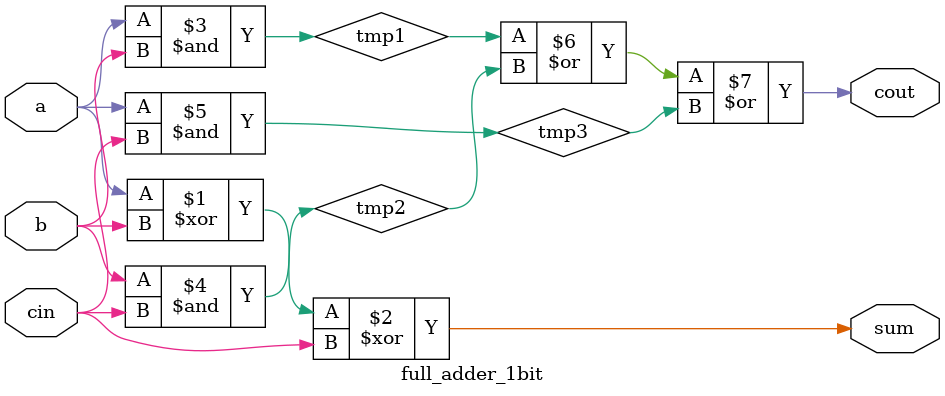
<source format=v>
`ifndef FULL_ADDER_1BIT_V // Dupli. avoiding
`define FULL_ADDER_1BIT_V

module full_adder_1bit(
	input a,
	input b,
	input cin,
	output sum,
	output cout
	);
	
	// Full Adder 1-bit Module Declaration
	wire tmp1,tmp2,tmp3;
	
	// sum calculation using xor gates
	xor X1(sum,a,b,cin);
	
	// and gates for carry calculation
	and A1(tmp1,a,b);
	and A2(tmp2,b,cin);
	and A3(tmp3,a,cin);
	
	// or gate to determine final carry out
	or  O1(cout,tmp1,tmp2,tmp3);

endmodule
`endif

</source>
